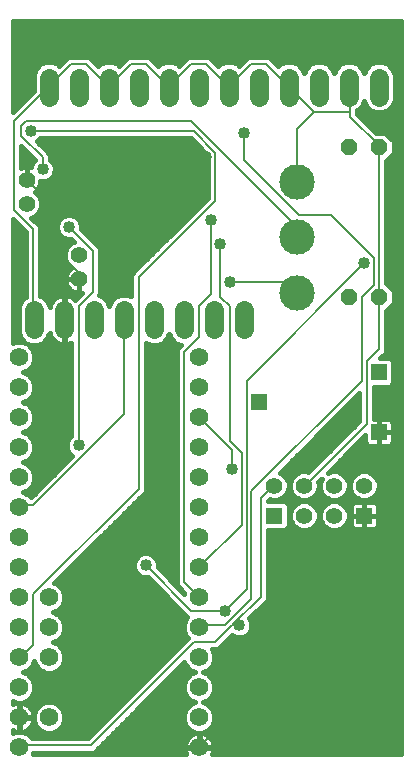
<source format=gbl>
G75*
%MOIN*%
%OFA0B0*%
%FSLAX25Y25*%
%IPPOS*%
%LPD*%
%AMOC8*
5,1,8,0,0,1.08239X$1,22.5*
%
%ADD10C,0.05600*%
%ADD11C,0.06400*%
%ADD12OC8,0.05600*%
%ADD13C,0.06200*%
%ADD14R,0.05550X0.05550*%
%ADD15C,0.05550*%
%ADD16C,0.11811*%
%ADD17C,0.00800*%
%ADD18C,0.04000*%
%ADD19C,0.01600*%
D10*
X0071940Y0229996D03*
X0071940Y0237870D03*
X0054440Y0254996D03*
X0054440Y0262870D03*
D11*
X0061940Y0290733D02*
X0061940Y0297133D01*
X0071940Y0297133D02*
X0071940Y0290733D01*
X0081940Y0290733D02*
X0081940Y0297133D01*
X0091940Y0297133D02*
X0091940Y0290733D01*
X0101940Y0290733D02*
X0101940Y0297133D01*
X0111940Y0297133D02*
X0111940Y0290733D01*
X0121940Y0290733D02*
X0121940Y0297133D01*
X0131940Y0297133D02*
X0131940Y0290733D01*
X0141940Y0290733D02*
X0141940Y0297133D01*
X0151940Y0297133D02*
X0151940Y0290733D01*
X0161940Y0290733D02*
X0161940Y0297133D01*
X0171940Y0297133D02*
X0171940Y0290733D01*
X0126940Y0219633D02*
X0126940Y0213233D01*
X0116940Y0213233D02*
X0116940Y0219633D01*
X0106940Y0219633D02*
X0106940Y0213233D01*
X0096940Y0213233D02*
X0096940Y0219633D01*
X0086940Y0219633D02*
X0086940Y0213233D01*
X0076940Y0213233D02*
X0076940Y0219633D01*
X0066940Y0219633D02*
X0066940Y0213233D01*
X0056940Y0213233D02*
X0056940Y0219633D01*
D12*
X0161940Y0223933D03*
X0171940Y0223933D03*
X0171940Y0273933D03*
X0161940Y0273933D03*
D13*
X0051940Y0073933D03*
X0051940Y0083933D03*
X0051940Y0093933D03*
X0051940Y0103933D03*
X0051940Y0113933D03*
X0051940Y0123933D03*
X0051940Y0133933D03*
X0051940Y0143933D03*
X0051940Y0153933D03*
X0051940Y0163933D03*
X0051940Y0173933D03*
X0051940Y0183933D03*
X0051940Y0193933D03*
X0051940Y0203933D03*
X0061940Y0123933D03*
X0061940Y0113933D03*
X0061940Y0103933D03*
X0061940Y0083933D03*
X0111940Y0083933D03*
X0111940Y0073933D03*
X0111940Y0093933D03*
X0111940Y0103933D03*
X0111940Y0113933D03*
X0111940Y0123933D03*
X0111940Y0133933D03*
X0111940Y0143933D03*
X0111940Y0153933D03*
X0111940Y0163933D03*
X0111940Y0173933D03*
X0111940Y0183933D03*
X0111940Y0193933D03*
X0111940Y0203933D03*
D14*
X0131940Y0188933D03*
X0136999Y0151128D03*
X0166999Y0151128D03*
X0171940Y0178933D03*
X0171940Y0198933D03*
D15*
X0166999Y0161128D03*
X0156999Y0161128D03*
X0156999Y0151128D03*
X0146999Y0151128D03*
X0146999Y0161128D03*
X0136999Y0161128D03*
D16*
X0144440Y0225433D03*
X0144440Y0243933D03*
X0144440Y0262433D03*
D17*
X0144540Y0262533D01*
X0144540Y0280133D01*
X0150140Y0285733D01*
X0162140Y0285733D01*
X0162140Y0293733D01*
X0161940Y0293933D01*
X0162140Y0285733D02*
X0162140Y0284133D01*
X0171740Y0274533D01*
X0171940Y0273933D01*
X0171740Y0273733D01*
X0171740Y0224133D01*
X0171940Y0223933D01*
X0171740Y0223333D01*
X0171740Y0206533D01*
X0167740Y0202533D01*
X0167740Y0181733D01*
X0147740Y0161733D01*
X0146999Y0161128D01*
X0136999Y0161128D02*
X0136540Y0160933D01*
X0132540Y0156933D01*
X0132540Y0124133D01*
X0122940Y0114533D01*
X0125340Y0114533D01*
X0122940Y0114533D02*
X0117340Y0108933D01*
X0110140Y0108933D01*
X0075740Y0074533D01*
X0052540Y0074533D01*
X0051940Y0073933D01*
X0051940Y0103933D02*
X0052540Y0104133D01*
X0056540Y0108133D01*
X0056540Y0124933D01*
X0091740Y0160133D01*
X0091740Y0230533D01*
X0117340Y0256133D01*
X0117340Y0272133D01*
X0110140Y0279333D01*
X0055740Y0279333D01*
X0054140Y0282533D02*
X0109340Y0282533D01*
X0143740Y0248133D01*
X0143740Y0244133D01*
X0144440Y0243933D01*
X0145340Y0251333D02*
X0155740Y0251333D01*
X0170140Y0236933D01*
X0170140Y0228133D01*
X0166140Y0224133D01*
X0166140Y0196133D01*
X0129340Y0159333D01*
X0129340Y0123333D01*
X0120540Y0114533D01*
X0112540Y0114533D01*
X0111940Y0113933D01*
X0109340Y0119333D02*
X0120540Y0119333D01*
X0127740Y0126533D01*
X0127740Y0196133D01*
X0166940Y0235333D01*
X0144440Y0225433D02*
X0143740Y0225733D01*
X0140540Y0228933D01*
X0122140Y0228933D01*
X0118940Y0224133D02*
X0122140Y0220933D01*
X0122140Y0176133D01*
X0126140Y0172133D01*
X0126140Y0148133D01*
X0111940Y0133933D01*
X0106940Y0128933D02*
X0111940Y0123933D01*
X0109340Y0119333D02*
X0094140Y0134533D01*
X0106940Y0128933D02*
X0106940Y0205733D01*
X0111740Y0210533D01*
X0111740Y0220933D01*
X0115740Y0224933D01*
X0115740Y0249733D01*
X0118940Y0241733D02*
X0118940Y0224133D01*
X0145340Y0251333D02*
X0126940Y0269733D01*
X0126940Y0278533D01*
X0121940Y0293933D02*
X0114140Y0301733D01*
X0109340Y0301733D01*
X0102140Y0294533D01*
X0101940Y0293933D01*
X0094140Y0301733D01*
X0089340Y0301733D01*
X0082140Y0294533D01*
X0081940Y0293933D01*
X0074140Y0301733D01*
X0069340Y0301733D01*
X0062140Y0294533D01*
X0061940Y0293933D01*
X0061340Y0293733D01*
X0050140Y0282533D01*
X0050140Y0252933D01*
X0056540Y0246533D01*
X0056540Y0216933D01*
X0056940Y0216433D01*
X0071740Y0220933D02*
X0071740Y0174533D01*
X0086940Y0184933D02*
X0056540Y0154533D01*
X0052540Y0154533D01*
X0051940Y0153933D01*
X0086940Y0184933D02*
X0086940Y0216433D01*
X0076540Y0225733D02*
X0071740Y0220933D01*
X0076540Y0225733D02*
X0076540Y0239333D01*
X0068540Y0247333D01*
X0058940Y0244933D02*
X0058940Y0258533D01*
X0070940Y0270533D01*
X0114140Y0270533D01*
X0121940Y0293933D02*
X0122140Y0294533D01*
X0129340Y0301733D01*
X0134140Y0301733D01*
X0141940Y0293933D01*
X0150140Y0285733D01*
X0071740Y0232133D02*
X0071740Y0230533D01*
X0071940Y0229996D01*
X0071740Y0232133D02*
X0058940Y0244933D01*
X0058940Y0258533D02*
X0054940Y0262533D01*
X0054440Y0262870D01*
X0059740Y0266533D02*
X0059740Y0270533D01*
X0052540Y0277733D01*
X0052540Y0280933D01*
X0054140Y0282533D01*
X0111940Y0183933D02*
X0122940Y0172933D01*
X0122940Y0166533D01*
X0166999Y0151128D02*
X0166940Y0150533D01*
X0166940Y0128933D01*
X0111940Y0073933D01*
D18*
X0125340Y0114533D03*
X0120540Y0119333D03*
X0094140Y0134533D03*
X0122940Y0166533D03*
X0122140Y0228933D03*
X0118940Y0241733D03*
X0115740Y0249733D03*
X0114140Y0270533D03*
X0126940Y0278533D03*
X0166940Y0235333D03*
X0071740Y0174533D03*
X0068540Y0247333D03*
X0059740Y0266533D03*
X0055740Y0279333D03*
D19*
X0058803Y0276740D02*
X0109339Y0276740D01*
X0109146Y0276933D02*
X0114940Y0271139D01*
X0114940Y0257127D01*
X0090380Y0232568D01*
X0089705Y0231893D01*
X0089340Y0231010D01*
X0089340Y0224267D01*
X0087974Y0224833D01*
X0085905Y0224833D01*
X0083994Y0224041D01*
X0082531Y0222579D01*
X0081940Y0221150D01*
X0081348Y0222579D01*
X0079885Y0224041D01*
X0078649Y0224554D01*
X0078940Y0225256D01*
X0078940Y0239810D01*
X0078574Y0240693D01*
X0077899Y0241368D01*
X0072540Y0246727D01*
X0072540Y0248129D01*
X0071931Y0249599D01*
X0070805Y0250724D01*
X0069335Y0251333D01*
X0067744Y0251333D01*
X0066274Y0250724D01*
X0065149Y0249599D01*
X0064540Y0248129D01*
X0064540Y0246537D01*
X0065149Y0245067D01*
X0066274Y0243942D01*
X0067744Y0243333D01*
X0069146Y0243333D01*
X0070153Y0242326D01*
X0069221Y0241939D01*
X0067870Y0240589D01*
X0067140Y0238825D01*
X0067140Y0236915D01*
X0067870Y0235151D01*
X0069221Y0233801D01*
X0069303Y0233767D01*
X0068943Y0233505D01*
X0068431Y0232993D01*
X0068005Y0232407D01*
X0067677Y0231762D01*
X0067453Y0231073D01*
X0067340Y0230358D01*
X0067340Y0229996D01*
X0067340Y0229634D01*
X0067453Y0228919D01*
X0067677Y0228230D01*
X0068005Y0227585D01*
X0068431Y0226999D01*
X0068943Y0226487D01*
X0069529Y0226062D01*
X0070174Y0225733D01*
X0070862Y0225509D01*
X0071578Y0225396D01*
X0071940Y0225396D01*
X0072302Y0225396D01*
X0072904Y0225491D01*
X0070528Y0223116D01*
X0070197Y0223447D01*
X0069560Y0223909D01*
X0068859Y0224267D01*
X0068110Y0224510D01*
X0067333Y0224633D01*
X0067140Y0224633D01*
X0067140Y0216633D01*
X0066740Y0216633D01*
X0066740Y0224633D01*
X0066546Y0224633D01*
X0065769Y0224510D01*
X0065020Y0224267D01*
X0064319Y0223909D01*
X0063682Y0223447D01*
X0063126Y0222890D01*
X0062663Y0222254D01*
X0062306Y0221552D01*
X0062072Y0220831D01*
X0061348Y0222579D01*
X0059885Y0224041D01*
X0058940Y0224433D01*
X0058940Y0247010D01*
X0058574Y0247893D01*
X0056014Y0250453D01*
X0057159Y0250927D01*
X0058509Y0252277D01*
X0059240Y0254041D01*
X0059240Y0255951D01*
X0058509Y0257715D01*
X0057159Y0259065D01*
X0057076Y0259100D01*
X0057436Y0259361D01*
X0057948Y0259873D01*
X0058374Y0260459D01*
X0058703Y0261104D01*
X0058926Y0261793D01*
X0059040Y0262508D01*
X0059040Y0262533D01*
X0060535Y0262533D01*
X0062005Y0263142D01*
X0063131Y0264267D01*
X0063740Y0265737D01*
X0063740Y0267329D01*
X0063131Y0268799D01*
X0062140Y0269790D01*
X0062140Y0271010D01*
X0061774Y0271893D01*
X0057807Y0275860D01*
X0058005Y0275942D01*
X0058997Y0276933D01*
X0109146Y0276933D01*
X0110938Y0275141D02*
X0058526Y0275141D01*
X0060124Y0273543D02*
X0112536Y0273543D01*
X0114135Y0271944D02*
X0061723Y0271944D01*
X0062140Y0270345D02*
X0114940Y0270345D01*
X0114940Y0268747D02*
X0063152Y0268747D01*
X0063740Y0267148D02*
X0114940Y0267148D01*
X0114940Y0265550D02*
X0063662Y0265550D01*
X0062815Y0263951D02*
X0114940Y0263951D01*
X0114940Y0262353D02*
X0059015Y0262353D01*
X0058524Y0260754D02*
X0114940Y0260754D01*
X0114940Y0259156D02*
X0057154Y0259156D01*
X0058574Y0257557D02*
X0114940Y0257557D01*
X0113771Y0255959D02*
X0059236Y0255959D01*
X0059240Y0254360D02*
X0112173Y0254360D01*
X0110574Y0252762D02*
X0058710Y0252762D01*
X0057395Y0251163D02*
X0067334Y0251163D01*
X0069745Y0251163D02*
X0108976Y0251163D01*
X0107377Y0249565D02*
X0071945Y0249565D01*
X0072540Y0247966D02*
X0105779Y0247966D01*
X0104180Y0246368D02*
X0072899Y0246368D01*
X0074498Y0244769D02*
X0102582Y0244769D01*
X0100983Y0243171D02*
X0076096Y0243171D01*
X0077695Y0241572D02*
X0099385Y0241572D01*
X0097786Y0239974D02*
X0078872Y0239974D01*
X0078940Y0238375D02*
X0096188Y0238375D01*
X0094589Y0236777D02*
X0078940Y0236777D01*
X0078940Y0235178D02*
X0092991Y0235178D01*
X0091392Y0233580D02*
X0078940Y0233580D01*
X0078940Y0231981D02*
X0089794Y0231981D01*
X0089340Y0230383D02*
X0078940Y0230383D01*
X0078940Y0228784D02*
X0089340Y0228784D01*
X0089340Y0227186D02*
X0078940Y0227186D01*
X0078940Y0225587D02*
X0089340Y0225587D01*
X0083941Y0223989D02*
X0079938Y0223989D01*
X0081426Y0222390D02*
X0082453Y0222390D01*
X0071940Y0225396D02*
X0071940Y0229996D01*
X0071940Y0229996D01*
X0071940Y0225396D01*
X0071940Y0225587D02*
X0071940Y0225587D01*
X0070623Y0225587D02*
X0058940Y0225587D01*
X0058940Y0227186D02*
X0068296Y0227186D01*
X0067497Y0228784D02*
X0058940Y0228784D01*
X0058940Y0230383D02*
X0067344Y0230383D01*
X0067340Y0229996D02*
X0071940Y0229996D01*
X0067340Y0229996D01*
X0067788Y0231981D02*
X0058940Y0231981D01*
X0058940Y0233580D02*
X0069046Y0233580D01*
X0067859Y0235178D02*
X0058940Y0235178D01*
X0058940Y0236777D02*
X0067197Y0236777D01*
X0067140Y0238375D02*
X0058940Y0238375D01*
X0058940Y0239974D02*
X0067616Y0239974D01*
X0068854Y0241572D02*
X0058940Y0241572D01*
X0058940Y0243171D02*
X0069308Y0243171D01*
X0065447Y0244769D02*
X0058940Y0244769D01*
X0058940Y0246368D02*
X0064610Y0246368D01*
X0064540Y0247966D02*
X0058500Y0247966D01*
X0056902Y0249565D02*
X0065135Y0249565D01*
X0054140Y0245539D02*
X0054140Y0224102D01*
X0053994Y0224041D01*
X0052531Y0222579D01*
X0051740Y0220667D01*
X0051740Y0212199D01*
X0052531Y0210287D01*
X0053994Y0208825D01*
X0055905Y0208033D01*
X0057974Y0208033D01*
X0059885Y0208825D01*
X0061348Y0210287D01*
X0062072Y0212035D01*
X0062306Y0211314D01*
X0062663Y0210612D01*
X0063126Y0209976D01*
X0063682Y0209419D01*
X0064319Y0208957D01*
X0065020Y0208599D01*
X0065769Y0208356D01*
X0066546Y0208233D01*
X0066740Y0208233D01*
X0066740Y0216233D01*
X0067140Y0216233D01*
X0067140Y0208233D01*
X0067333Y0208233D01*
X0068110Y0208356D01*
X0068859Y0208599D01*
X0069340Y0208844D01*
X0069340Y0177790D01*
X0068349Y0176799D01*
X0067740Y0175329D01*
X0067740Y0173737D01*
X0068349Y0172267D01*
X0069474Y0171142D01*
X0069672Y0171060D01*
X0055849Y0157236D01*
X0054829Y0158257D01*
X0053196Y0158933D01*
X0054829Y0159609D01*
X0056263Y0161044D01*
X0057040Y0162919D01*
X0057040Y0164948D01*
X0056263Y0166822D01*
X0054829Y0168257D01*
X0053196Y0168933D01*
X0054829Y0169609D01*
X0056263Y0171044D01*
X0057040Y0172919D01*
X0057040Y0174948D01*
X0056263Y0176822D01*
X0054829Y0178257D01*
X0053196Y0178933D01*
X0054829Y0179609D01*
X0056263Y0181044D01*
X0057040Y0182919D01*
X0057040Y0184948D01*
X0056263Y0186822D01*
X0054829Y0188257D01*
X0053196Y0188933D01*
X0054829Y0189609D01*
X0056263Y0191044D01*
X0057040Y0192919D01*
X0057040Y0194948D01*
X0056263Y0196822D01*
X0054829Y0198257D01*
X0053196Y0198933D01*
X0054829Y0199609D01*
X0056263Y0201044D01*
X0057040Y0202919D01*
X0057040Y0204948D01*
X0056263Y0206822D01*
X0054829Y0208257D01*
X0052954Y0209033D01*
X0050925Y0209033D01*
X0049740Y0208542D01*
X0049740Y0249939D01*
X0054140Y0245539D01*
X0054140Y0244769D02*
X0049740Y0244769D01*
X0049740Y0243171D02*
X0054140Y0243171D01*
X0054140Y0241572D02*
X0049740Y0241572D01*
X0049740Y0239974D02*
X0054140Y0239974D01*
X0054140Y0238375D02*
X0049740Y0238375D01*
X0049740Y0236777D02*
X0054140Y0236777D01*
X0054140Y0235178D02*
X0049740Y0235178D01*
X0049740Y0233580D02*
X0054140Y0233580D01*
X0054140Y0231981D02*
X0049740Y0231981D01*
X0049740Y0230383D02*
X0054140Y0230383D01*
X0054140Y0228784D02*
X0049740Y0228784D01*
X0049740Y0227186D02*
X0054140Y0227186D01*
X0054140Y0225587D02*
X0049740Y0225587D01*
X0049740Y0223989D02*
X0053941Y0223989D01*
X0052453Y0222390D02*
X0049740Y0222390D01*
X0049740Y0220792D02*
X0051791Y0220792D01*
X0051740Y0219193D02*
X0049740Y0219193D01*
X0049740Y0217595D02*
X0051740Y0217595D01*
X0051740Y0215996D02*
X0049740Y0215996D01*
X0049740Y0214398D02*
X0051740Y0214398D01*
X0051740Y0212799D02*
X0049740Y0212799D01*
X0049740Y0211201D02*
X0052153Y0211201D01*
X0053217Y0209602D02*
X0049740Y0209602D01*
X0055082Y0208004D02*
X0069340Y0208004D01*
X0069340Y0206405D02*
X0056436Y0206405D01*
X0057040Y0204807D02*
X0069340Y0204807D01*
X0069340Y0203208D02*
X0057040Y0203208D01*
X0056497Y0201610D02*
X0069340Y0201610D01*
X0069340Y0200011D02*
X0055230Y0200011D01*
X0054452Y0198412D02*
X0069340Y0198412D01*
X0069340Y0196814D02*
X0056267Y0196814D01*
X0056929Y0195215D02*
X0069340Y0195215D01*
X0069340Y0193617D02*
X0057040Y0193617D01*
X0056667Y0192018D02*
X0069340Y0192018D01*
X0069340Y0190420D02*
X0055639Y0190420D01*
X0053465Y0188821D02*
X0069340Y0188821D01*
X0069340Y0187223D02*
X0055862Y0187223D01*
X0056759Y0185624D02*
X0069340Y0185624D01*
X0069340Y0184026D02*
X0057040Y0184026D01*
X0056836Y0182427D02*
X0069340Y0182427D01*
X0069340Y0180829D02*
X0056048Y0180829D01*
X0053913Y0179230D02*
X0069340Y0179230D01*
X0069182Y0177632D02*
X0055453Y0177632D01*
X0056590Y0176033D02*
X0068032Y0176033D01*
X0067740Y0174435D02*
X0057040Y0174435D01*
X0057006Y0172836D02*
X0068113Y0172836D01*
X0069378Y0171238D02*
X0056343Y0171238D01*
X0054858Y0169639D02*
X0068252Y0169639D01*
X0066653Y0168041D02*
X0055044Y0168041D01*
X0056421Y0166442D02*
X0065055Y0166442D01*
X0063456Y0164844D02*
X0057040Y0164844D01*
X0057040Y0163245D02*
X0061858Y0163245D01*
X0060259Y0161647D02*
X0056513Y0161647D01*
X0055267Y0160048D02*
X0058661Y0160048D01*
X0057062Y0158450D02*
X0054362Y0158450D01*
X0072670Y0137669D02*
X0091619Y0137669D01*
X0091874Y0137924D02*
X0090749Y0136799D01*
X0090140Y0135329D01*
X0090140Y0133737D01*
X0090749Y0132267D01*
X0091874Y0131142D01*
X0093344Y0130533D01*
X0094746Y0130533D01*
X0107305Y0117974D01*
X0107980Y0117298D01*
X0108060Y0117266D01*
X0107616Y0116822D01*
X0106840Y0114948D01*
X0106840Y0112919D01*
X0107616Y0111044D01*
X0108236Y0110424D01*
X0108105Y0110293D01*
X0074746Y0076933D01*
X0056152Y0076933D01*
X0054829Y0078257D01*
X0052954Y0079033D01*
X0050925Y0079033D01*
X0049740Y0078542D01*
X0049740Y0079555D01*
X0050059Y0079392D01*
X0050792Y0079154D01*
X0051554Y0079033D01*
X0051790Y0079033D01*
X0051790Y0083783D01*
X0052090Y0083783D01*
X0052090Y0084083D01*
X0056840Y0084083D01*
X0056840Y0084319D01*
X0056719Y0085080D01*
X0056481Y0085814D01*
X0056131Y0086501D01*
X0055677Y0087125D01*
X0055132Y0087671D01*
X0054508Y0088124D01*
X0053821Y0088474D01*
X0053087Y0088712D01*
X0052325Y0088833D01*
X0052090Y0088833D01*
X0052090Y0084083D01*
X0051790Y0084083D01*
X0051790Y0088833D01*
X0051554Y0088833D01*
X0050792Y0088712D01*
X0050059Y0088474D01*
X0049740Y0088311D01*
X0049740Y0089324D01*
X0050925Y0088833D01*
X0052954Y0088833D01*
X0054829Y0089609D01*
X0056263Y0091044D01*
X0057040Y0092919D01*
X0057040Y0094948D01*
X0056263Y0096822D01*
X0054829Y0098257D01*
X0053196Y0098933D01*
X0054829Y0099609D01*
X0056263Y0101044D01*
X0056940Y0102677D01*
X0057616Y0101044D01*
X0059051Y0099609D01*
X0060925Y0098833D01*
X0062954Y0098833D01*
X0064829Y0099609D01*
X0066263Y0101044D01*
X0067040Y0102919D01*
X0067040Y0104948D01*
X0066263Y0106822D01*
X0064829Y0108257D01*
X0063196Y0108933D01*
X0064829Y0109609D01*
X0066263Y0111044D01*
X0067040Y0112919D01*
X0067040Y0114948D01*
X0066263Y0116822D01*
X0064829Y0118257D01*
X0063196Y0118933D01*
X0064829Y0119609D01*
X0066263Y0121044D01*
X0067040Y0122919D01*
X0067040Y0124948D01*
X0066263Y0126822D01*
X0064829Y0128257D01*
X0063718Y0128717D01*
X0093774Y0158774D01*
X0094140Y0159656D01*
X0094140Y0208764D01*
X0095905Y0208033D01*
X0097974Y0208033D01*
X0099885Y0208825D01*
X0101348Y0210287D01*
X0101940Y0211716D01*
X0102531Y0210287D01*
X0103994Y0208825D01*
X0105863Y0208051D01*
X0105580Y0207768D01*
X0104905Y0207093D01*
X0104540Y0206210D01*
X0104540Y0128456D01*
X0104905Y0127574D01*
X0107042Y0125436D01*
X0106922Y0125145D01*
X0098140Y0133927D01*
X0098140Y0135329D01*
X0097531Y0136799D01*
X0096405Y0137924D01*
X0094935Y0138533D01*
X0093344Y0138533D01*
X0091874Y0137924D01*
X0090447Y0136071D02*
X0071071Y0136071D01*
X0069473Y0134472D02*
X0090140Y0134472D01*
X0090497Y0132874D02*
X0067874Y0132874D01*
X0066276Y0131275D02*
X0091741Y0131275D01*
X0095602Y0129677D02*
X0064677Y0129677D01*
X0065007Y0128078D02*
X0097201Y0128078D01*
X0098799Y0126479D02*
X0066405Y0126479D01*
X0067040Y0124881D02*
X0100398Y0124881D01*
X0101996Y0123282D02*
X0067040Y0123282D01*
X0066528Y0121684D02*
X0103595Y0121684D01*
X0105193Y0120085D02*
X0065305Y0120085D01*
X0064273Y0118487D02*
X0106792Y0118487D01*
X0107683Y0116888D02*
X0066197Y0116888D01*
X0066898Y0115290D02*
X0106981Y0115290D01*
X0106840Y0113691D02*
X0067040Y0113691D01*
X0066698Y0112093D02*
X0107182Y0112093D01*
X0108166Y0110494D02*
X0065713Y0110494D01*
X0063285Y0108896D02*
X0106708Y0108896D01*
X0105110Y0107297D02*
X0065788Y0107297D01*
X0066728Y0105699D02*
X0103511Y0105699D01*
X0101913Y0104100D02*
X0067040Y0104100D01*
X0066867Y0102502D02*
X0100314Y0102502D01*
X0098716Y0100903D02*
X0066122Y0100903D01*
X0064093Y0099305D02*
X0097117Y0099305D01*
X0095519Y0097706D02*
X0055379Y0097706D01*
X0056559Y0096108D02*
X0093920Y0096108D01*
X0092322Y0094509D02*
X0057040Y0094509D01*
X0057036Y0092911D02*
X0090723Y0092911D01*
X0089125Y0091312D02*
X0056374Y0091312D01*
X0054933Y0089714D02*
X0087526Y0089714D01*
X0085928Y0088115D02*
X0064970Y0088115D01*
X0064829Y0088257D02*
X0062954Y0089033D01*
X0060925Y0089033D01*
X0059051Y0088257D01*
X0057616Y0086822D01*
X0056840Y0084948D01*
X0056840Y0082919D01*
X0057616Y0081044D01*
X0059051Y0079609D01*
X0060925Y0078833D01*
X0062954Y0078833D01*
X0064829Y0079609D01*
X0066263Y0081044D01*
X0067040Y0082919D01*
X0067040Y0084948D01*
X0066263Y0086822D01*
X0064829Y0088257D01*
X0066390Y0086517D02*
X0084329Y0086517D01*
X0082731Y0084918D02*
X0067040Y0084918D01*
X0067040Y0083320D02*
X0081132Y0083320D01*
X0079534Y0081721D02*
X0066544Y0081721D01*
X0065342Y0080123D02*
X0077935Y0080123D01*
X0076337Y0078524D02*
X0054183Y0078524D01*
X0053821Y0079392D02*
X0054508Y0079742D01*
X0055132Y0080196D01*
X0055677Y0080741D01*
X0056131Y0081365D01*
X0056481Y0082052D01*
X0056719Y0082786D01*
X0056840Y0083547D01*
X0056840Y0083783D01*
X0052090Y0083783D01*
X0052090Y0079033D01*
X0052325Y0079033D01*
X0053087Y0079154D01*
X0053821Y0079392D01*
X0055031Y0080123D02*
X0058538Y0080123D01*
X0057336Y0081721D02*
X0056312Y0081721D01*
X0056804Y0083320D02*
X0056840Y0083320D01*
X0056840Y0084918D02*
X0056745Y0084918D01*
X0056119Y0086517D02*
X0057490Y0086517D01*
X0058909Y0088115D02*
X0054520Y0088115D01*
X0052090Y0088115D02*
X0051790Y0088115D01*
X0051790Y0086517D02*
X0052090Y0086517D01*
X0052090Y0084918D02*
X0051790Y0084918D01*
X0051790Y0083320D02*
X0052090Y0083320D01*
X0052090Y0081721D02*
X0051790Y0081721D01*
X0051790Y0080123D02*
X0052090Y0080123D01*
X0056714Y0072133D02*
X0076217Y0072133D01*
X0077099Y0072498D01*
X0107039Y0102438D01*
X0107616Y0101044D01*
X0109051Y0099609D01*
X0110684Y0098933D01*
X0109051Y0098257D01*
X0107616Y0096822D01*
X0106840Y0094948D01*
X0106840Y0092919D01*
X0107616Y0091044D01*
X0109051Y0089609D01*
X0110684Y0088933D01*
X0109051Y0088257D01*
X0107616Y0086822D01*
X0106840Y0084948D01*
X0106840Y0082919D01*
X0107616Y0081044D01*
X0109051Y0079609D01*
X0110925Y0078833D01*
X0112954Y0078833D01*
X0114829Y0079609D01*
X0116263Y0081044D01*
X0117040Y0082919D01*
X0117040Y0084948D01*
X0116263Y0086822D01*
X0114829Y0088257D01*
X0113196Y0088933D01*
X0114829Y0089609D01*
X0116263Y0091044D01*
X0117040Y0092919D01*
X0117040Y0094948D01*
X0116263Y0096822D01*
X0114829Y0098257D01*
X0113196Y0098933D01*
X0114829Y0099609D01*
X0116263Y0101044D01*
X0117040Y0102919D01*
X0117040Y0104948D01*
X0116383Y0106533D01*
X0117817Y0106533D01*
X0118699Y0106898D01*
X0123008Y0111208D01*
X0123074Y0111142D01*
X0124544Y0110533D01*
X0126135Y0110533D01*
X0127605Y0111142D01*
X0128731Y0112267D01*
X0129340Y0113737D01*
X0129340Y0115329D01*
X0128731Y0116799D01*
X0128665Y0116864D01*
X0133899Y0122098D01*
X0134574Y0122774D01*
X0134940Y0123656D01*
X0134940Y0146353D01*
X0140602Y0146353D01*
X0141774Y0147525D01*
X0141774Y0154731D01*
X0140602Y0155903D01*
X0134940Y0155903D01*
X0134940Y0155939D01*
X0135557Y0156557D01*
X0136049Y0156353D01*
X0137948Y0156353D01*
X0139703Y0157080D01*
X0141047Y0158423D01*
X0141774Y0160178D01*
X0141774Y0162078D01*
X0141047Y0163833D01*
X0139703Y0165176D01*
X0138907Y0165506D01*
X0165340Y0191939D01*
X0165340Y0182727D01*
X0148349Y0165737D01*
X0147948Y0165903D01*
X0146049Y0165903D01*
X0144294Y0165176D01*
X0142951Y0163833D01*
X0142224Y0162078D01*
X0142224Y0160178D01*
X0142951Y0158423D01*
X0144294Y0157080D01*
X0146049Y0156353D01*
X0147948Y0156353D01*
X0149703Y0157080D01*
X0151047Y0158423D01*
X0151774Y0160178D01*
X0151774Y0162078D01*
X0151687Y0162286D01*
X0152751Y0163350D01*
X0152224Y0162078D01*
X0152224Y0160178D01*
X0152951Y0158423D01*
X0154294Y0157080D01*
X0156049Y0156353D01*
X0157948Y0156353D01*
X0159703Y0157080D01*
X0161047Y0158423D01*
X0161774Y0160178D01*
X0161774Y0162078D01*
X0161047Y0163833D01*
X0159703Y0165176D01*
X0157948Y0165903D01*
X0156049Y0165903D01*
X0154776Y0165376D01*
X0167365Y0177964D01*
X0167365Y0175921D01*
X0167488Y0175463D01*
X0167724Y0175053D01*
X0168060Y0174718D01*
X0168470Y0174481D01*
X0168928Y0174358D01*
X0171940Y0174358D01*
X0174951Y0174358D01*
X0175409Y0174481D01*
X0175820Y0174718D01*
X0176155Y0175053D01*
X0176392Y0175463D01*
X0176514Y0175921D01*
X0176514Y0178933D01*
X0171940Y0178933D01*
X0171940Y0178933D01*
X0176514Y0178933D01*
X0176514Y0181945D01*
X0176392Y0182403D01*
X0176155Y0182813D01*
X0175820Y0183148D01*
X0175409Y0183385D01*
X0174951Y0183508D01*
X0171940Y0183508D01*
X0171940Y0178933D01*
X0171940Y0174358D01*
X0171940Y0178933D01*
X0171940Y0178933D01*
X0171940Y0178933D01*
X0171940Y0183508D01*
X0170140Y0183508D01*
X0170140Y0194158D01*
X0175543Y0194158D01*
X0176714Y0195330D01*
X0176714Y0202536D01*
X0175543Y0203708D01*
X0172309Y0203708D01*
X0173774Y0205174D01*
X0174140Y0206056D01*
X0174140Y0219345D01*
X0176740Y0221945D01*
X0176740Y0225921D01*
X0174140Y0228521D01*
X0174140Y0269345D01*
X0176740Y0271945D01*
X0176740Y0275921D01*
X0173928Y0278733D01*
X0170934Y0278733D01*
X0164540Y0285127D01*
X0164540Y0286182D01*
X0164885Y0286325D01*
X0166348Y0287788D01*
X0166940Y0289216D01*
X0167531Y0287788D01*
X0168994Y0286325D01*
X0170905Y0285533D01*
X0172974Y0285533D01*
X0174885Y0286325D01*
X0176348Y0287788D01*
X0177140Y0289699D01*
X0177140Y0298167D01*
X0176348Y0300079D01*
X0174885Y0301541D01*
X0172974Y0302333D01*
X0170905Y0302333D01*
X0168994Y0301541D01*
X0167531Y0300079D01*
X0166940Y0298650D01*
X0166348Y0300079D01*
X0164885Y0301541D01*
X0162974Y0302333D01*
X0160905Y0302333D01*
X0158994Y0301541D01*
X0157531Y0300079D01*
X0156940Y0298650D01*
X0156348Y0300079D01*
X0154885Y0301541D01*
X0152974Y0302333D01*
X0150905Y0302333D01*
X0148994Y0301541D01*
X0147531Y0300079D01*
X0146940Y0298650D01*
X0146348Y0300079D01*
X0144885Y0301541D01*
X0142974Y0302333D01*
X0140905Y0302333D01*
X0138994Y0301541D01*
X0138360Y0300907D01*
X0135499Y0303768D01*
X0134617Y0304133D01*
X0128862Y0304133D01*
X0127980Y0303768D01*
X0127305Y0303093D01*
X0125320Y0301107D01*
X0124885Y0301541D01*
X0122974Y0302333D01*
X0120905Y0302333D01*
X0118994Y0301541D01*
X0118360Y0300907D01*
X0116174Y0303093D01*
X0115499Y0303768D01*
X0114617Y0304133D01*
X0108862Y0304133D01*
X0107980Y0303768D01*
X0105320Y0301107D01*
X0104885Y0301541D01*
X0102974Y0302333D01*
X0100905Y0302333D01*
X0098994Y0301541D01*
X0098360Y0300907D01*
X0095499Y0303768D01*
X0094617Y0304133D01*
X0088862Y0304133D01*
X0087980Y0303768D01*
X0087305Y0303093D01*
X0085320Y0301107D01*
X0084885Y0301541D01*
X0082974Y0302333D01*
X0080905Y0302333D01*
X0078994Y0301541D01*
X0078360Y0300907D01*
X0076174Y0303093D01*
X0075499Y0303768D01*
X0074617Y0304133D01*
X0068862Y0304133D01*
X0067980Y0303768D01*
X0065320Y0301107D01*
X0064885Y0301541D01*
X0062974Y0302333D01*
X0060905Y0302333D01*
X0058994Y0301541D01*
X0057531Y0300079D01*
X0056740Y0298167D01*
X0056740Y0292527D01*
X0049740Y0285527D01*
X0049740Y0316133D01*
X0179140Y0316133D01*
X0179140Y0071733D01*
X0116318Y0071733D01*
X0116481Y0072052D01*
X0116719Y0072786D01*
X0116840Y0073547D01*
X0116840Y0073783D01*
X0112090Y0073783D01*
X0112090Y0074083D01*
X0116840Y0074083D01*
X0116840Y0074319D01*
X0116719Y0075080D01*
X0116481Y0075814D01*
X0116131Y0076501D01*
X0115677Y0077125D01*
X0115132Y0077671D01*
X0114508Y0078124D01*
X0113821Y0078474D01*
X0113087Y0078712D01*
X0112325Y0078833D01*
X0112090Y0078833D01*
X0112090Y0074083D01*
X0111790Y0074083D01*
X0111790Y0078833D01*
X0111554Y0078833D01*
X0110792Y0078712D01*
X0110059Y0078474D01*
X0109371Y0078124D01*
X0108748Y0077671D01*
X0108202Y0077125D01*
X0107749Y0076501D01*
X0107399Y0075814D01*
X0107160Y0075080D01*
X0107040Y0074319D01*
X0107040Y0074083D01*
X0111790Y0074083D01*
X0111790Y0073783D01*
X0107040Y0073783D01*
X0107040Y0073547D01*
X0107160Y0072786D01*
X0107399Y0072052D01*
X0107561Y0071733D01*
X0056549Y0071733D01*
X0056714Y0072133D01*
X0056713Y0072130D02*
X0107373Y0072130D01*
X0107040Y0073729D02*
X0078329Y0073729D01*
X0079928Y0075327D02*
X0107240Y0075327D01*
X0108057Y0076926D02*
X0081526Y0076926D01*
X0083125Y0078524D02*
X0110213Y0078524D01*
X0111790Y0078524D02*
X0112090Y0078524D01*
X0113666Y0078524D02*
X0179140Y0078524D01*
X0179140Y0076926D02*
X0115822Y0076926D01*
X0116639Y0075327D02*
X0179140Y0075327D01*
X0179140Y0073729D02*
X0116840Y0073729D01*
X0116506Y0072130D02*
X0179140Y0072130D01*
X0179140Y0080123D02*
X0115342Y0080123D01*
X0116544Y0081721D02*
X0179140Y0081721D01*
X0179140Y0083320D02*
X0117040Y0083320D01*
X0117040Y0084918D02*
X0179140Y0084918D01*
X0179140Y0086517D02*
X0116390Y0086517D01*
X0114970Y0088115D02*
X0179140Y0088115D01*
X0179140Y0089714D02*
X0114933Y0089714D01*
X0116374Y0091312D02*
X0179140Y0091312D01*
X0179140Y0092911D02*
X0117036Y0092911D01*
X0117040Y0094509D02*
X0179140Y0094509D01*
X0179140Y0096108D02*
X0116559Y0096108D01*
X0115379Y0097706D02*
X0179140Y0097706D01*
X0179140Y0099305D02*
X0114093Y0099305D01*
X0116122Y0100903D02*
X0179140Y0100903D01*
X0179140Y0102502D02*
X0116867Y0102502D01*
X0117040Y0104100D02*
X0179140Y0104100D01*
X0179140Y0105699D02*
X0116728Y0105699D01*
X0119098Y0107297D02*
X0179140Y0107297D01*
X0179140Y0108896D02*
X0120697Y0108896D01*
X0122295Y0110494D02*
X0179140Y0110494D01*
X0179140Y0112093D02*
X0128556Y0112093D01*
X0129321Y0113691D02*
X0179140Y0113691D01*
X0179140Y0115290D02*
X0129340Y0115290D01*
X0128689Y0116888D02*
X0179140Y0116888D01*
X0179140Y0118487D02*
X0130288Y0118487D01*
X0131886Y0120085D02*
X0179140Y0120085D01*
X0179140Y0121684D02*
X0133485Y0121684D01*
X0134785Y0123282D02*
X0179140Y0123282D01*
X0179140Y0124881D02*
X0134940Y0124881D01*
X0134940Y0126479D02*
X0179140Y0126479D01*
X0179140Y0128078D02*
X0134940Y0128078D01*
X0134940Y0129677D02*
X0179140Y0129677D01*
X0179140Y0131275D02*
X0134940Y0131275D01*
X0134940Y0132874D02*
X0179140Y0132874D01*
X0179140Y0134472D02*
X0134940Y0134472D01*
X0134940Y0136071D02*
X0179140Y0136071D01*
X0179140Y0137669D02*
X0134940Y0137669D01*
X0134940Y0139268D02*
X0179140Y0139268D01*
X0179140Y0140866D02*
X0134940Y0140866D01*
X0134940Y0142465D02*
X0179140Y0142465D01*
X0179140Y0144063D02*
X0134940Y0144063D01*
X0134940Y0145662D02*
X0179140Y0145662D01*
X0179140Y0147260D02*
X0171221Y0147260D01*
X0171214Y0147248D02*
X0171451Y0147658D01*
X0171574Y0148116D01*
X0171574Y0151128D01*
X0171574Y0154140D01*
X0171451Y0154598D01*
X0171214Y0155008D01*
X0170879Y0155343D01*
X0170468Y0155580D01*
X0170010Y0155703D01*
X0166999Y0155703D01*
X0166999Y0151128D01*
X0171574Y0151128D01*
X0166999Y0151128D01*
X0166999Y0151128D01*
X0166999Y0151128D01*
X0166999Y0146553D01*
X0170010Y0146553D01*
X0170468Y0146676D01*
X0170879Y0146913D01*
X0171214Y0147248D01*
X0171574Y0148859D02*
X0179140Y0148859D01*
X0179140Y0150457D02*
X0171574Y0150457D01*
X0171574Y0152056D02*
X0179140Y0152056D01*
X0179140Y0153654D02*
X0171574Y0153654D01*
X0170969Y0155253D02*
X0179140Y0155253D01*
X0179140Y0156851D02*
X0169151Y0156851D01*
X0169703Y0157080D02*
X0171047Y0158423D01*
X0171774Y0160178D01*
X0171774Y0162078D01*
X0171047Y0163833D01*
X0169703Y0165176D01*
X0167948Y0165903D01*
X0166049Y0165903D01*
X0164294Y0165176D01*
X0162951Y0163833D01*
X0162224Y0162078D01*
X0162224Y0160178D01*
X0162951Y0158423D01*
X0164294Y0157080D01*
X0166049Y0156353D01*
X0167948Y0156353D01*
X0169703Y0157080D01*
X0171058Y0158450D02*
X0179140Y0158450D01*
X0179140Y0160048D02*
X0171720Y0160048D01*
X0171774Y0161647D02*
X0179140Y0161647D01*
X0179140Y0163245D02*
X0171290Y0163245D01*
X0170035Y0164844D02*
X0179140Y0164844D01*
X0179140Y0166442D02*
X0155843Y0166442D01*
X0157441Y0168041D02*
X0179140Y0168041D01*
X0179140Y0169639D02*
X0159040Y0169639D01*
X0160638Y0171238D02*
X0179140Y0171238D01*
X0179140Y0172836D02*
X0162237Y0172836D01*
X0163836Y0174435D02*
X0168642Y0174435D01*
X0167365Y0176033D02*
X0165434Y0176033D01*
X0167033Y0177632D02*
X0167365Y0177632D01*
X0163441Y0180829D02*
X0154230Y0180829D01*
X0155828Y0182427D02*
X0165040Y0182427D01*
X0165340Y0184026D02*
X0157427Y0184026D01*
X0159025Y0185624D02*
X0165340Y0185624D01*
X0165340Y0187223D02*
X0160624Y0187223D01*
X0162222Y0188821D02*
X0165340Y0188821D01*
X0165340Y0190420D02*
X0163821Y0190420D01*
X0170140Y0190420D02*
X0179140Y0190420D01*
X0179140Y0192018D02*
X0170140Y0192018D01*
X0170140Y0193617D02*
X0179140Y0193617D01*
X0179140Y0195215D02*
X0176600Y0195215D01*
X0176714Y0196814D02*
X0179140Y0196814D01*
X0179140Y0198412D02*
X0176714Y0198412D01*
X0176714Y0200011D02*
X0179140Y0200011D01*
X0179140Y0201610D02*
X0176714Y0201610D01*
X0176043Y0203208D02*
X0179140Y0203208D01*
X0179140Y0204807D02*
X0173407Y0204807D01*
X0174140Y0206405D02*
X0179140Y0206405D01*
X0179140Y0208004D02*
X0174140Y0208004D01*
X0174140Y0209602D02*
X0179140Y0209602D01*
X0179140Y0211201D02*
X0174140Y0211201D01*
X0174140Y0212799D02*
X0179140Y0212799D01*
X0179140Y0214398D02*
X0174140Y0214398D01*
X0174140Y0215996D02*
X0179140Y0215996D01*
X0179140Y0217595D02*
X0174140Y0217595D01*
X0174140Y0219193D02*
X0179140Y0219193D01*
X0179140Y0220792D02*
X0175586Y0220792D01*
X0176740Y0222390D02*
X0179140Y0222390D01*
X0179140Y0223989D02*
X0176740Y0223989D01*
X0176740Y0225587D02*
X0179140Y0225587D01*
X0179140Y0227186D02*
X0175475Y0227186D01*
X0174140Y0228784D02*
X0179140Y0228784D01*
X0179140Y0230383D02*
X0174140Y0230383D01*
X0174140Y0231981D02*
X0179140Y0231981D01*
X0179140Y0233580D02*
X0174140Y0233580D01*
X0174140Y0235178D02*
X0179140Y0235178D01*
X0179140Y0236777D02*
X0174140Y0236777D01*
X0174140Y0238375D02*
X0179140Y0238375D01*
X0179140Y0239974D02*
X0174140Y0239974D01*
X0174140Y0241572D02*
X0179140Y0241572D01*
X0179140Y0243171D02*
X0174140Y0243171D01*
X0174140Y0244769D02*
X0179140Y0244769D01*
X0179140Y0246368D02*
X0174140Y0246368D01*
X0174140Y0247966D02*
X0179140Y0247966D01*
X0179140Y0249565D02*
X0174140Y0249565D01*
X0174140Y0251163D02*
X0179140Y0251163D01*
X0179140Y0252762D02*
X0174140Y0252762D01*
X0174140Y0254360D02*
X0179140Y0254360D01*
X0179140Y0255959D02*
X0174140Y0255959D01*
X0174140Y0257557D02*
X0179140Y0257557D01*
X0179140Y0259156D02*
X0174140Y0259156D01*
X0174140Y0260754D02*
X0179140Y0260754D01*
X0179140Y0262353D02*
X0174140Y0262353D01*
X0174140Y0263951D02*
X0179140Y0263951D01*
X0179140Y0265550D02*
X0174140Y0265550D01*
X0174140Y0267148D02*
X0179140Y0267148D01*
X0179140Y0268747D02*
X0174140Y0268747D01*
X0175140Y0270345D02*
X0179140Y0270345D01*
X0179140Y0271944D02*
X0176739Y0271944D01*
X0176740Y0273543D02*
X0179140Y0273543D01*
X0179140Y0275141D02*
X0176740Y0275141D01*
X0175921Y0276740D02*
X0179140Y0276740D01*
X0179140Y0278338D02*
X0174323Y0278338D01*
X0169730Y0279937D02*
X0179140Y0279937D01*
X0179140Y0281535D02*
X0168132Y0281535D01*
X0166533Y0283134D02*
X0179140Y0283134D01*
X0179140Y0284732D02*
X0164935Y0284732D01*
X0164891Y0286331D02*
X0168988Y0286331D01*
X0167473Y0287929D02*
X0166407Y0287929D01*
X0174891Y0286331D02*
X0179140Y0286331D01*
X0179140Y0287929D02*
X0176407Y0287929D01*
X0177069Y0289528D02*
X0179140Y0289528D01*
X0179140Y0291126D02*
X0177140Y0291126D01*
X0177140Y0292725D02*
X0179140Y0292725D01*
X0179140Y0294323D02*
X0177140Y0294323D01*
X0177140Y0295922D02*
X0179140Y0295922D01*
X0179140Y0297520D02*
X0177140Y0297520D01*
X0176746Y0299119D02*
X0179140Y0299119D01*
X0179140Y0300717D02*
X0175709Y0300717D01*
X0173016Y0302316D02*
X0179140Y0302316D01*
X0179140Y0303914D02*
X0135145Y0303914D01*
X0136951Y0302316D02*
X0140863Y0302316D01*
X0143016Y0302316D02*
X0150863Y0302316D01*
X0153016Y0302316D02*
X0160863Y0302316D01*
X0163016Y0302316D02*
X0170863Y0302316D01*
X0168170Y0300717D02*
X0165709Y0300717D01*
X0166746Y0299119D02*
X0167134Y0299119D01*
X0158170Y0300717D02*
X0155709Y0300717D01*
X0156746Y0299119D02*
X0157134Y0299119D01*
X0148170Y0300717D02*
X0145709Y0300717D01*
X0146746Y0299119D02*
X0147134Y0299119D01*
X0128334Y0303914D02*
X0115145Y0303914D01*
X0116951Y0302316D02*
X0120863Y0302316D01*
X0123016Y0302316D02*
X0126528Y0302316D01*
X0108334Y0303914D02*
X0095145Y0303914D01*
X0096951Y0302316D02*
X0100863Y0302316D01*
X0103016Y0302316D02*
X0106528Y0302316D01*
X0088334Y0303914D02*
X0075145Y0303914D01*
X0076951Y0302316D02*
X0080863Y0302316D01*
X0083016Y0302316D02*
X0086528Y0302316D01*
X0068334Y0303914D02*
X0049740Y0303914D01*
X0049740Y0302316D02*
X0060863Y0302316D01*
X0063016Y0302316D02*
X0066528Y0302316D01*
X0058170Y0300717D02*
X0049740Y0300717D01*
X0049740Y0299119D02*
X0057134Y0299119D01*
X0056740Y0297520D02*
X0049740Y0297520D01*
X0049740Y0295922D02*
X0056740Y0295922D01*
X0056740Y0294323D02*
X0049740Y0294323D01*
X0049740Y0292725D02*
X0056740Y0292725D01*
X0055339Y0291126D02*
X0049740Y0291126D01*
X0049740Y0289528D02*
X0053740Y0289528D01*
X0052142Y0287929D02*
X0049740Y0287929D01*
X0049740Y0286331D02*
X0050543Y0286331D01*
X0052540Y0274339D02*
X0057214Y0269664D01*
X0056349Y0268799D01*
X0055740Y0267329D01*
X0055740Y0267284D01*
X0055517Y0267357D01*
X0054802Y0267470D01*
X0054440Y0267470D01*
X0054440Y0262870D01*
X0054440Y0262870D01*
X0054440Y0267470D01*
X0054078Y0267470D01*
X0053362Y0267357D01*
X0052674Y0267133D01*
X0052540Y0267065D01*
X0052540Y0274339D01*
X0052540Y0273543D02*
X0053336Y0273543D01*
X0052540Y0271944D02*
X0054935Y0271944D01*
X0056533Y0270345D02*
X0052540Y0270345D01*
X0052540Y0268747D02*
X0056327Y0268747D01*
X0054440Y0267148D02*
X0054440Y0267148D01*
X0054440Y0265550D02*
X0054440Y0265550D01*
X0054440Y0263951D02*
X0054440Y0263951D01*
X0052721Y0267148D02*
X0052540Y0267148D01*
X0050114Y0249565D02*
X0049740Y0249565D01*
X0049740Y0247966D02*
X0051712Y0247966D01*
X0053311Y0246368D02*
X0049740Y0246368D01*
X0059938Y0223989D02*
X0064475Y0223989D01*
X0066740Y0223989D02*
X0067140Y0223989D01*
X0067140Y0222390D02*
X0066740Y0222390D01*
X0066740Y0220792D02*
X0067140Y0220792D01*
X0067140Y0219193D02*
X0066740Y0219193D01*
X0066740Y0217595D02*
X0067140Y0217595D01*
X0067140Y0215996D02*
X0066740Y0215996D01*
X0066740Y0214398D02*
X0067140Y0214398D01*
X0067140Y0212799D02*
X0066740Y0212799D01*
X0066740Y0211201D02*
X0067140Y0211201D01*
X0067140Y0209602D02*
X0066740Y0209602D01*
X0063500Y0209602D02*
X0060663Y0209602D01*
X0061726Y0211201D02*
X0062364Y0211201D01*
X0062762Y0222390D02*
X0061426Y0222390D01*
X0069405Y0223989D02*
X0071401Y0223989D01*
X0071940Y0227186D02*
X0071940Y0227186D01*
X0071940Y0228784D02*
X0071940Y0228784D01*
X0071940Y0229996D02*
X0071940Y0229996D01*
X0077899Y0241368D02*
X0077899Y0241368D01*
X0101726Y0211201D02*
X0102153Y0211201D01*
X0103217Y0209602D02*
X0100663Y0209602D01*
X0104620Y0206405D02*
X0094140Y0206405D01*
X0094140Y0204807D02*
X0104540Y0204807D01*
X0104540Y0203208D02*
X0094140Y0203208D01*
X0094140Y0201610D02*
X0104540Y0201610D01*
X0104540Y0200011D02*
X0094140Y0200011D01*
X0094140Y0198412D02*
X0104540Y0198412D01*
X0104540Y0196814D02*
X0094140Y0196814D01*
X0094140Y0195215D02*
X0104540Y0195215D01*
X0104540Y0193617D02*
X0094140Y0193617D01*
X0094140Y0192018D02*
X0104540Y0192018D01*
X0104540Y0190420D02*
X0094140Y0190420D01*
X0094140Y0188821D02*
X0104540Y0188821D01*
X0104540Y0187223D02*
X0094140Y0187223D01*
X0094140Y0185624D02*
X0104540Y0185624D01*
X0104540Y0184026D02*
X0094140Y0184026D01*
X0094140Y0182427D02*
X0104540Y0182427D01*
X0104540Y0180829D02*
X0094140Y0180829D01*
X0094140Y0179230D02*
X0104540Y0179230D01*
X0104540Y0177632D02*
X0094140Y0177632D01*
X0094140Y0176033D02*
X0104540Y0176033D01*
X0104540Y0174435D02*
X0094140Y0174435D01*
X0094140Y0172836D02*
X0104540Y0172836D01*
X0104540Y0171238D02*
X0094140Y0171238D01*
X0094140Y0169639D02*
X0104540Y0169639D01*
X0104540Y0168041D02*
X0094140Y0168041D01*
X0094140Y0166442D02*
X0104540Y0166442D01*
X0104540Y0164844D02*
X0094140Y0164844D01*
X0094140Y0163245D02*
X0104540Y0163245D01*
X0104540Y0161647D02*
X0094140Y0161647D01*
X0094140Y0160048D02*
X0104540Y0160048D01*
X0104540Y0158450D02*
X0093450Y0158450D01*
X0091852Y0156851D02*
X0104540Y0156851D01*
X0104540Y0155253D02*
X0090253Y0155253D01*
X0088655Y0153654D02*
X0104540Y0153654D01*
X0104540Y0152056D02*
X0087056Y0152056D01*
X0085458Y0150457D02*
X0104540Y0150457D01*
X0104540Y0148859D02*
X0083859Y0148859D01*
X0082261Y0147260D02*
X0104540Y0147260D01*
X0104540Y0145662D02*
X0080662Y0145662D01*
X0079064Y0144063D02*
X0104540Y0144063D01*
X0104540Y0142465D02*
X0077465Y0142465D01*
X0075867Y0140866D02*
X0104540Y0140866D01*
X0104540Y0139268D02*
X0074268Y0139268D01*
X0096661Y0137669D02*
X0104540Y0137669D01*
X0104540Y0136071D02*
X0097832Y0136071D01*
X0098140Y0134472D02*
X0104540Y0134472D01*
X0104540Y0132874D02*
X0099193Y0132874D01*
X0100792Y0131275D02*
X0104540Y0131275D01*
X0104540Y0129677D02*
X0102390Y0129677D01*
X0103989Y0128078D02*
X0104696Y0128078D01*
X0105587Y0126479D02*
X0105999Y0126479D01*
X0105504Y0100903D02*
X0107757Y0100903D01*
X0109786Y0099305D02*
X0103905Y0099305D01*
X0102307Y0097706D02*
X0108500Y0097706D01*
X0107320Y0096108D02*
X0100708Y0096108D01*
X0099110Y0094509D02*
X0106840Y0094509D01*
X0106843Y0092911D02*
X0097511Y0092911D01*
X0095913Y0091312D02*
X0107505Y0091312D01*
X0108947Y0089714D02*
X0094314Y0089714D01*
X0092716Y0088115D02*
X0108909Y0088115D01*
X0107490Y0086517D02*
X0091117Y0086517D01*
X0089519Y0084918D02*
X0106840Y0084918D01*
X0106840Y0083320D02*
X0087920Y0083320D01*
X0086322Y0081721D02*
X0107336Y0081721D01*
X0108538Y0080123D02*
X0084723Y0080123D01*
X0059786Y0099305D02*
X0054093Y0099305D01*
X0056122Y0100903D02*
X0057757Y0100903D01*
X0057012Y0102502D02*
X0056867Y0102502D01*
X0111790Y0076926D02*
X0112090Y0076926D01*
X0112090Y0075327D02*
X0111790Y0075327D01*
X0141509Y0147260D02*
X0144114Y0147260D01*
X0144294Y0147080D02*
X0146049Y0146353D01*
X0147948Y0146353D01*
X0149703Y0147080D01*
X0151047Y0148423D01*
X0151774Y0150178D01*
X0151774Y0152078D01*
X0151047Y0153833D01*
X0149703Y0155176D01*
X0147948Y0155903D01*
X0146049Y0155903D01*
X0144294Y0155176D01*
X0142951Y0153833D01*
X0142224Y0152078D01*
X0142224Y0150178D01*
X0142951Y0148423D01*
X0144294Y0147080D01*
X0142770Y0148859D02*
X0141774Y0148859D01*
X0141774Y0150457D02*
X0142224Y0150457D01*
X0142224Y0152056D02*
X0141774Y0152056D01*
X0141774Y0153654D02*
X0142877Y0153654D01*
X0144480Y0155253D02*
X0141252Y0155253D01*
X0139151Y0156851D02*
X0144847Y0156851D01*
X0142940Y0158450D02*
X0141058Y0158450D01*
X0141720Y0160048D02*
X0142278Y0160048D01*
X0142224Y0161647D02*
X0141774Y0161647D01*
X0141290Y0163245D02*
X0142708Y0163245D01*
X0143962Y0164844D02*
X0140035Y0164844D01*
X0139843Y0166442D02*
X0149055Y0166442D01*
X0150653Y0168041D02*
X0141441Y0168041D01*
X0143040Y0169639D02*
X0152252Y0169639D01*
X0153850Y0171238D02*
X0144638Y0171238D01*
X0146237Y0172836D02*
X0155449Y0172836D01*
X0157047Y0174435D02*
X0147836Y0174435D01*
X0149434Y0176033D02*
X0158646Y0176033D01*
X0160244Y0177632D02*
X0151033Y0177632D01*
X0152631Y0179230D02*
X0161843Y0179230D01*
X0170140Y0184026D02*
X0179140Y0184026D01*
X0179140Y0185624D02*
X0170140Y0185624D01*
X0170140Y0187223D02*
X0179140Y0187223D01*
X0179140Y0188821D02*
X0170140Y0188821D01*
X0171940Y0182427D02*
X0171940Y0182427D01*
X0171940Y0180829D02*
X0171940Y0180829D01*
X0171940Y0179230D02*
X0171940Y0179230D01*
X0171940Y0177632D02*
X0171940Y0177632D01*
X0171940Y0176033D02*
X0171940Y0176033D01*
X0171940Y0174435D02*
X0171940Y0174435D01*
X0175237Y0174435D02*
X0179140Y0174435D01*
X0179140Y0176033D02*
X0176514Y0176033D01*
X0176514Y0177632D02*
X0179140Y0177632D01*
X0179140Y0179230D02*
X0176514Y0179230D01*
X0176514Y0180829D02*
X0179140Y0180829D01*
X0179140Y0182427D02*
X0176378Y0182427D01*
X0163962Y0164844D02*
X0160035Y0164844D01*
X0161290Y0163245D02*
X0162708Y0163245D01*
X0162224Y0161647D02*
X0161774Y0161647D01*
X0161720Y0160048D02*
X0162278Y0160048D01*
X0162940Y0158450D02*
X0161058Y0158450D01*
X0159151Y0156851D02*
X0164847Y0156851D01*
X0163987Y0155703D02*
X0163529Y0155580D01*
X0163119Y0155343D01*
X0162784Y0155008D01*
X0162547Y0154598D01*
X0162424Y0154140D01*
X0162424Y0151128D01*
X0166999Y0151128D01*
X0166999Y0151128D01*
X0166999Y0155703D01*
X0163987Y0155703D01*
X0163028Y0155253D02*
X0159518Y0155253D01*
X0159703Y0155176D02*
X0157948Y0155903D01*
X0156049Y0155903D01*
X0154294Y0155176D01*
X0152951Y0153833D01*
X0152224Y0152078D01*
X0152224Y0150178D01*
X0152951Y0148423D01*
X0154294Y0147080D01*
X0156049Y0146353D01*
X0157948Y0146353D01*
X0159703Y0147080D01*
X0161047Y0148423D01*
X0161774Y0150178D01*
X0161774Y0152078D01*
X0161047Y0153833D01*
X0159703Y0155176D01*
X0161121Y0153654D02*
X0162424Y0153654D01*
X0162424Y0152056D02*
X0161774Y0152056D01*
X0162424Y0151128D02*
X0162424Y0148116D01*
X0162547Y0147658D01*
X0162784Y0147248D01*
X0163119Y0146913D01*
X0163529Y0146676D01*
X0163987Y0146553D01*
X0166999Y0146553D01*
X0166999Y0151128D01*
X0166999Y0151128D01*
X0162424Y0151128D01*
X0162424Y0150457D02*
X0161774Y0150457D01*
X0161227Y0148859D02*
X0162424Y0148859D01*
X0162777Y0147260D02*
X0159883Y0147260D01*
X0154114Y0147260D02*
X0149883Y0147260D01*
X0151227Y0148859D02*
X0152770Y0148859D01*
X0152224Y0150457D02*
X0151774Y0150457D01*
X0151774Y0152056D02*
X0152224Y0152056D01*
X0152877Y0153654D02*
X0151121Y0153654D01*
X0149518Y0155253D02*
X0154480Y0155253D01*
X0154847Y0156851D02*
X0149151Y0156851D01*
X0151058Y0158450D02*
X0152940Y0158450D01*
X0152278Y0160048D02*
X0151720Y0160048D01*
X0151774Y0161647D02*
X0152224Y0161647D01*
X0152646Y0163245D02*
X0152708Y0163245D01*
X0166999Y0155253D02*
X0166999Y0155253D01*
X0166999Y0153654D02*
X0166999Y0153654D01*
X0166999Y0152056D02*
X0166999Y0152056D01*
X0166999Y0150457D02*
X0166999Y0150457D01*
X0166999Y0148859D02*
X0166999Y0148859D01*
X0166999Y0147260D02*
X0166999Y0147260D01*
X0105816Y0208004D02*
X0094140Y0208004D01*
X0049740Y0305513D02*
X0179140Y0305513D01*
X0179140Y0307111D02*
X0049740Y0307111D01*
X0049740Y0308710D02*
X0179140Y0308710D01*
X0179140Y0310308D02*
X0049740Y0310308D01*
X0049740Y0311907D02*
X0179140Y0311907D01*
X0179140Y0313505D02*
X0049740Y0313505D01*
X0049740Y0315104D02*
X0179140Y0315104D01*
M02*

</source>
